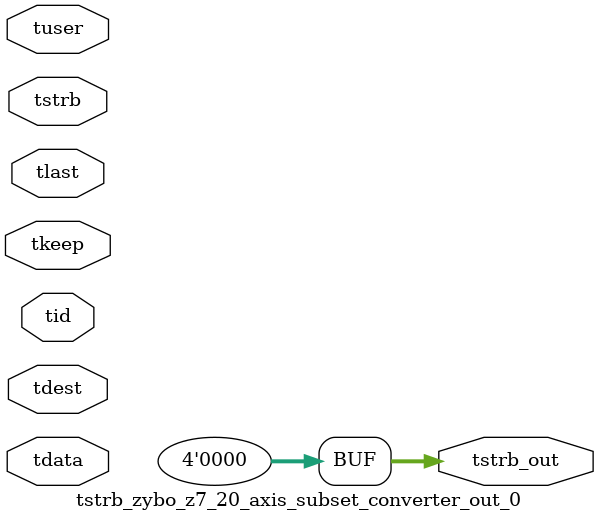
<source format=v>


`timescale 1ps/1ps

module tstrb_zybo_z7_20_axis_subset_converter_out_0 #
(
parameter C_S_AXIS_TDATA_WIDTH = 32,
parameter C_S_AXIS_TUSER_WIDTH = 0,
parameter C_S_AXIS_TID_WIDTH   = 0,
parameter C_S_AXIS_TDEST_WIDTH = 0,
parameter C_M_AXIS_TDATA_WIDTH = 32
)
(
input  [(C_S_AXIS_TDATA_WIDTH == 0 ? 1 : C_S_AXIS_TDATA_WIDTH)-1:0     ] tdata,
input  [(C_S_AXIS_TUSER_WIDTH == 0 ? 1 : C_S_AXIS_TUSER_WIDTH)-1:0     ] tuser,
input  [(C_S_AXIS_TID_WIDTH   == 0 ? 1 : C_S_AXIS_TID_WIDTH)-1:0       ] tid,
input  [(C_S_AXIS_TDEST_WIDTH == 0 ? 1 : C_S_AXIS_TDEST_WIDTH)-1:0     ] tdest,
input  [(C_S_AXIS_TDATA_WIDTH/8)-1:0 ] tkeep,
input  [(C_S_AXIS_TDATA_WIDTH/8)-1:0 ] tstrb,
input                                                                    tlast,
output [(C_M_AXIS_TDATA_WIDTH/8)-1:0 ] tstrb_out
);

assign tstrb_out = {1'b0};

endmodule


</source>
